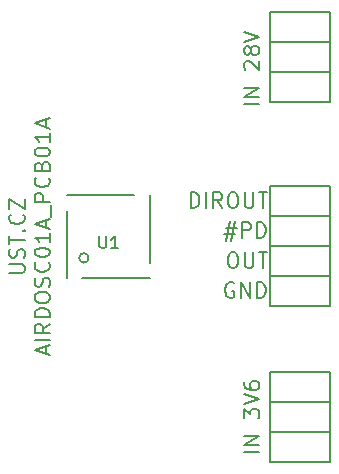
<source format=gbr>
G04 #@! TF.GenerationSoftware,KiCad,Pcbnew,(6.0.0-rc1-dev-1606-g4cd41e394)*
G04 #@! TF.CreationDate,2019-02-20T22:55:41+01:00*
G04 #@! TF.ProjectId,AIRDOSC01A_PCB01A,41495244-4f53-4433-9031-415f50434230,rev?*
G04 #@! TF.SameCoordinates,Original*
G04 #@! TF.FileFunction,Legend,Top*
G04 #@! TF.FilePolarity,Positive*
%FSLAX46Y46*%
G04 Gerber Fmt 4.6, Leading zero omitted, Abs format (unit mm)*
G04 Created by KiCad (PCBNEW (6.0.0-rc1-dev-1606-g4cd41e394)) date 20.02.2019 22:55:41*
%MOMM*%
%LPD*%
G04 APERTURE LIST*
%ADD10C,0.200000*%
%ADD11C,0.150000*%
G04 APERTURE END LIST*
D10*
X1769095Y17255714D02*
X2821476Y17255714D01*
X2945285Y17317619D01*
X3007190Y17379523D01*
X3069095Y17503333D01*
X3069095Y17750952D01*
X3007190Y17874761D01*
X2945285Y17936666D01*
X2821476Y17998571D01*
X1769095Y17998571D01*
X3007190Y18555714D02*
X3069095Y18741428D01*
X3069095Y19050952D01*
X3007190Y19174761D01*
X2945285Y19236666D01*
X2821476Y19298571D01*
X2697666Y19298571D01*
X2573857Y19236666D01*
X2511952Y19174761D01*
X2450047Y19050952D01*
X2388142Y18803333D01*
X2326238Y18679523D01*
X2264333Y18617619D01*
X2140523Y18555714D01*
X2016714Y18555714D01*
X1892904Y18617619D01*
X1831000Y18679523D01*
X1769095Y18803333D01*
X1769095Y19112857D01*
X1831000Y19298571D01*
X1769095Y19670000D02*
X1769095Y20412857D01*
X3069095Y20041428D02*
X1769095Y20041428D01*
X2945285Y20846190D02*
X3007190Y20908095D01*
X3069095Y20846190D01*
X3007190Y20784285D01*
X2945285Y20846190D01*
X3069095Y20846190D01*
X2945285Y22208095D02*
X3007190Y22146190D01*
X3069095Y21960476D01*
X3069095Y21836666D01*
X3007190Y21650952D01*
X2883380Y21527142D01*
X2759571Y21465238D01*
X2511952Y21403333D01*
X2326238Y21403333D01*
X2078619Y21465238D01*
X1954809Y21527142D01*
X1831000Y21650952D01*
X1769095Y21836666D01*
X1769095Y21960476D01*
X1831000Y22146190D01*
X1892904Y22208095D01*
X1769095Y22641428D02*
X1769095Y23508095D01*
X3069095Y22641428D01*
X3069095Y23508095D01*
X4847666Y10415238D02*
X4847666Y11034285D01*
X5219095Y10291428D02*
X3919095Y10724761D01*
X5219095Y11158095D01*
X5219095Y11591428D02*
X3919095Y11591428D01*
X5219095Y12953333D02*
X4600047Y12520000D01*
X5219095Y12210476D02*
X3919095Y12210476D01*
X3919095Y12705714D01*
X3980999Y12829523D01*
X4042904Y12891428D01*
X4166714Y12953333D01*
X4352428Y12953333D01*
X4476238Y12891428D01*
X4538142Y12829523D01*
X4600047Y12705714D01*
X4600047Y12210476D01*
X5219095Y13510476D02*
X3919095Y13510476D01*
X3919095Y13819999D01*
X3980999Y14005714D01*
X4104809Y14129523D01*
X4228619Y14191428D01*
X4476238Y14253333D01*
X4661952Y14253333D01*
X4909571Y14191428D01*
X5033380Y14129523D01*
X5157190Y14005714D01*
X5219095Y13819999D01*
X5219095Y13510476D01*
X3919095Y15058095D02*
X3919095Y15305714D01*
X3980999Y15429523D01*
X4104809Y15553333D01*
X4352428Y15615238D01*
X4785761Y15615238D01*
X5033380Y15553333D01*
X5157190Y15429523D01*
X5219095Y15305714D01*
X5219095Y15058095D01*
X5157190Y14934285D01*
X5033380Y14810476D01*
X4785761Y14748571D01*
X4352428Y14748571D01*
X4104809Y14810476D01*
X3980999Y14934285D01*
X3919095Y15058095D01*
X5157190Y16110476D02*
X5219095Y16296190D01*
X5219095Y16605714D01*
X5157190Y16729523D01*
X5095285Y16791428D01*
X4971476Y16853333D01*
X4847666Y16853333D01*
X4723857Y16791428D01*
X4661952Y16729523D01*
X4600047Y16605714D01*
X4538142Y16358095D01*
X4476238Y16234285D01*
X4414333Y16172380D01*
X4290523Y16110476D01*
X4166714Y16110476D01*
X4042904Y16172380D01*
X3981000Y16234285D01*
X3919095Y16358095D01*
X3919095Y16667619D01*
X3981000Y16853333D01*
X5095285Y18153333D02*
X5157190Y18091428D01*
X5219095Y17905714D01*
X5219095Y17781904D01*
X5157190Y17596190D01*
X5033380Y17472380D01*
X4909571Y17410476D01*
X4661952Y17348571D01*
X4476238Y17348571D01*
X4228619Y17410476D01*
X4104809Y17472380D01*
X3981000Y17596190D01*
X3919095Y17781904D01*
X3919095Y17905714D01*
X3981000Y18091428D01*
X4042904Y18153333D01*
X3919095Y18958095D02*
X3919095Y19081904D01*
X3981000Y19205714D01*
X4042904Y19267619D01*
X4166714Y19329523D01*
X4414333Y19391428D01*
X4723857Y19391428D01*
X4971476Y19329523D01*
X5095285Y19267619D01*
X5157190Y19205714D01*
X5219095Y19081904D01*
X5219095Y18958095D01*
X5157190Y18834285D01*
X5095285Y18772380D01*
X4971476Y18710476D01*
X4723857Y18648571D01*
X4414333Y18648571D01*
X4166714Y18710476D01*
X4042904Y18772380D01*
X3981000Y18834285D01*
X3919095Y18958095D01*
X5219095Y20629523D02*
X5219095Y19886666D01*
X5219095Y20258095D02*
X3919095Y20258095D01*
X4104809Y20134285D01*
X4228619Y20010476D01*
X4290523Y19886666D01*
X4847666Y21124761D02*
X4847666Y21743809D01*
X5219095Y21000952D02*
X3919095Y21434285D01*
X5219095Y21867619D01*
X5342904Y21991428D02*
X5342904Y22981904D01*
X5219095Y23291428D02*
X3919095Y23291428D01*
X3919095Y23786666D01*
X3981000Y23910476D01*
X4042904Y23972380D01*
X4166714Y24034285D01*
X4352428Y24034285D01*
X4476238Y23972380D01*
X4538142Y23910476D01*
X4600047Y23786666D01*
X4600047Y23291428D01*
X5095285Y25334285D02*
X5157190Y25272380D01*
X5219095Y25086666D01*
X5219095Y24962857D01*
X5157190Y24777142D01*
X5033380Y24653333D01*
X4909571Y24591428D01*
X4661952Y24529523D01*
X4476238Y24529523D01*
X4228619Y24591428D01*
X4104809Y24653333D01*
X3981000Y24777142D01*
X3919095Y24962857D01*
X3919095Y25086666D01*
X3981000Y25272380D01*
X4042904Y25334285D01*
X4538142Y26324761D02*
X4600047Y26510476D01*
X4661952Y26572380D01*
X4785761Y26634285D01*
X4971476Y26634285D01*
X5095285Y26572380D01*
X5157190Y26510476D01*
X5219095Y26386666D01*
X5219095Y25891428D01*
X3919095Y25891428D01*
X3919095Y26324761D01*
X3981000Y26448571D01*
X4042904Y26510476D01*
X4166714Y26572380D01*
X4290523Y26572380D01*
X4414333Y26510476D01*
X4476238Y26448571D01*
X4538142Y26324761D01*
X4538142Y25891428D01*
X3919095Y27439047D02*
X3919095Y27562857D01*
X3981000Y27686666D01*
X4042904Y27748571D01*
X4166714Y27810476D01*
X4414333Y27872380D01*
X4723857Y27872380D01*
X4971476Y27810476D01*
X5095285Y27748571D01*
X5157190Y27686666D01*
X5219095Y27562857D01*
X5219095Y27439047D01*
X5157190Y27315238D01*
X5095285Y27253333D01*
X4971476Y27191428D01*
X4723857Y27129523D01*
X4414333Y27129523D01*
X4166714Y27191428D01*
X4042904Y27253333D01*
X3981000Y27315238D01*
X3919095Y27439047D01*
X5219095Y29110476D02*
X5219095Y28367619D01*
X5219095Y28739047D02*
X3919095Y28739047D01*
X4104809Y28615238D01*
X4228619Y28491428D01*
X4290523Y28367619D01*
X4847666Y29605714D02*
X4847666Y30224761D01*
X5219095Y29481904D02*
X3919095Y29915238D01*
X5219095Y30348571D01*
X22940095Y2108571D02*
X21640095Y2108571D01*
X22940095Y2727619D02*
X21640095Y2727619D01*
X22940095Y3470476D01*
X21640095Y3470476D01*
X21640095Y4956190D02*
X21640095Y5760952D01*
X22135333Y5327619D01*
X22135333Y5513333D01*
X22197238Y5637142D01*
X22259142Y5699047D01*
X22382952Y5760952D01*
X22692476Y5760952D01*
X22816285Y5699047D01*
X22878190Y5637142D01*
X22940095Y5513333D01*
X22940095Y5141904D01*
X22878190Y5018095D01*
X22816285Y4956190D01*
X21640095Y6132380D02*
X22940095Y6565714D01*
X21640095Y6999047D01*
X21640095Y7989523D02*
X21640095Y7741904D01*
X21702000Y7618095D01*
X21763904Y7556190D01*
X21949619Y7432380D01*
X22197238Y7370476D01*
X22692476Y7370476D01*
X22816285Y7432380D01*
X22878190Y7494285D01*
X22940095Y7618095D01*
X22940095Y7865714D01*
X22878190Y7989523D01*
X22816285Y8051428D01*
X22692476Y8113333D01*
X22382952Y8113333D01*
X22259142Y8051428D01*
X22197238Y7989523D01*
X22135333Y7865714D01*
X22135333Y7618095D01*
X22197238Y7494285D01*
X22259142Y7432380D01*
X22382952Y7370476D01*
X22940095Y31572571D02*
X21640095Y31572571D01*
X22940095Y32191619D02*
X21640095Y32191619D01*
X22940095Y32934476D01*
X21640095Y32934476D01*
X21763904Y34482095D02*
X21702000Y34544000D01*
X21640095Y34667809D01*
X21640095Y34977333D01*
X21702000Y35101142D01*
X21763904Y35163047D01*
X21887714Y35224952D01*
X22011523Y35224952D01*
X22197238Y35163047D01*
X22940095Y34420190D01*
X22940095Y35224952D01*
X22197238Y35967809D02*
X22135333Y35844000D01*
X22073428Y35782095D01*
X21949619Y35720190D01*
X21887714Y35720190D01*
X21763904Y35782095D01*
X21702000Y35844000D01*
X21640095Y35967809D01*
X21640095Y36215428D01*
X21702000Y36339238D01*
X21763904Y36401142D01*
X21887714Y36463047D01*
X21949619Y36463047D01*
X22073428Y36401142D01*
X22135333Y36339238D01*
X22197238Y36215428D01*
X22197238Y35967809D01*
X22259142Y35844000D01*
X22321047Y35782095D01*
X22444857Y35720190D01*
X22692476Y35720190D01*
X22816285Y35782095D01*
X22878190Y35844000D01*
X22940095Y35967809D01*
X22940095Y36215428D01*
X22878190Y36339238D01*
X22816285Y36401142D01*
X22692476Y36463047D01*
X22444857Y36463047D01*
X22321047Y36401142D01*
X22259142Y36339238D01*
X22197238Y36215428D01*
X21640095Y36834476D02*
X22940095Y37267809D01*
X21640095Y37701142D01*
X20774571Y16398000D02*
X20650761Y16459904D01*
X20465047Y16459904D01*
X20279333Y16398000D01*
X20155523Y16274190D01*
X20093619Y16150380D01*
X20031714Y15902761D01*
X20031714Y15717047D01*
X20093619Y15469428D01*
X20155523Y15345619D01*
X20279333Y15221809D01*
X20465047Y15159904D01*
X20588857Y15159904D01*
X20774571Y15221809D01*
X20836476Y15283714D01*
X20836476Y15717047D01*
X20588857Y15717047D01*
X21393619Y15159904D02*
X21393619Y16459904D01*
X22136476Y15159904D01*
X22136476Y16459904D01*
X22755523Y15159904D02*
X22755523Y16459904D01*
X23065047Y16459904D01*
X23250761Y16398000D01*
X23374571Y16274190D01*
X23436476Y16150380D01*
X23498380Y15902761D01*
X23498380Y15717047D01*
X23436476Y15469428D01*
X23374571Y15345619D01*
X23250761Y15221809D01*
X23065047Y15159904D01*
X22755523Y15159904D01*
X20588857Y18999904D02*
X20836476Y18999904D01*
X20960285Y18938000D01*
X21084095Y18814190D01*
X21146000Y18566571D01*
X21146000Y18133238D01*
X21084095Y17885619D01*
X20960285Y17761809D01*
X20836476Y17699904D01*
X20588857Y17699904D01*
X20465047Y17761809D01*
X20341238Y17885619D01*
X20279333Y18133238D01*
X20279333Y18566571D01*
X20341238Y18814190D01*
X20465047Y18938000D01*
X20588857Y18999904D01*
X21703142Y18999904D02*
X21703142Y17947523D01*
X21765047Y17823714D01*
X21826952Y17761809D01*
X21950761Y17699904D01*
X22198380Y17699904D01*
X22322190Y17761809D01*
X22384095Y17823714D01*
X22446000Y17947523D01*
X22446000Y18999904D01*
X22879333Y18999904D02*
X23622190Y18999904D01*
X23250761Y17699904D02*
X23250761Y18999904D01*
X20093619Y21106571D02*
X21022190Y21106571D01*
X20465047Y21663714D02*
X20093619Y19992285D01*
X20898380Y20549428D02*
X19969809Y20549428D01*
X20526952Y19992285D02*
X20898380Y21663714D01*
X21455523Y20239904D02*
X21455523Y21539904D01*
X21950761Y21539904D01*
X22074571Y21478000D01*
X22136476Y21416095D01*
X22198380Y21292285D01*
X22198380Y21106571D01*
X22136476Y20982761D01*
X22074571Y20920857D01*
X21950761Y20858952D01*
X21455523Y20858952D01*
X22755523Y20239904D02*
X22755523Y21539904D01*
X23065047Y21539904D01*
X23250761Y21478000D01*
X23374571Y21354190D01*
X23436476Y21230380D01*
X23498380Y20982761D01*
X23498380Y20797047D01*
X23436476Y20549428D01*
X23374571Y20425619D01*
X23250761Y20301809D01*
X23065047Y20239904D01*
X22755523Y20239904D01*
X17122190Y22779904D02*
X17122190Y24079904D01*
X17431714Y24079904D01*
X17617428Y24018000D01*
X17741238Y23894190D01*
X17803142Y23770380D01*
X17865047Y23522761D01*
X17865047Y23337047D01*
X17803142Y23089428D01*
X17741238Y22965619D01*
X17617428Y22841809D01*
X17431714Y22779904D01*
X17122190Y22779904D01*
X18422190Y22779904D02*
X18422190Y24079904D01*
X19784095Y22779904D02*
X19350761Y23398952D01*
X19041238Y22779904D02*
X19041238Y24079904D01*
X19536476Y24079904D01*
X19660285Y24018000D01*
X19722190Y23956095D01*
X19784095Y23832285D01*
X19784095Y23646571D01*
X19722190Y23522761D01*
X19660285Y23460857D01*
X19536476Y23398952D01*
X19041238Y23398952D01*
X20588857Y24079904D02*
X20836476Y24079904D01*
X20960285Y24018000D01*
X21084095Y23894190D01*
X21146000Y23646571D01*
X21146000Y23213238D01*
X21084095Y22965619D01*
X20960285Y22841809D01*
X20836476Y22779904D01*
X20588857Y22779904D01*
X20465047Y22841809D01*
X20341238Y22965619D01*
X20279333Y23213238D01*
X20279333Y23646571D01*
X20341238Y23894190D01*
X20465047Y24018000D01*
X20588857Y24079904D01*
X21703142Y24079904D02*
X21703142Y23027523D01*
X21765047Y22903714D01*
X21826952Y22841809D01*
X21950761Y22779904D01*
X22198380Y22779904D01*
X22322190Y22841809D01*
X22384095Y22903714D01*
X22446000Y23027523D01*
X22446000Y24079904D01*
X22879333Y24079904D02*
X23622190Y24079904D01*
X23250761Y22779904D02*
X23250761Y24079904D01*
D11*
X8491509Y18529300D02*
G75*
G03X8491509Y18529300I-401609J0D01*
G01*
X6660000Y16820000D02*
X6660000Y22520000D01*
X13660000Y16820000D02*
X7960000Y16820000D01*
X13660000Y23820000D02*
X13660000Y18120000D01*
X6660000Y23820000D02*
X12360000Y23820000D01*
X23876000Y1270000D02*
X23876000Y3810000D01*
X28956000Y1270000D02*
X23876000Y1270000D01*
X28956000Y3810000D02*
X28956000Y1270000D01*
X23876000Y3810000D02*
X28956000Y3810000D01*
X28956000Y6350000D02*
X28956000Y3810000D01*
X23876000Y6350000D02*
X28956000Y6350000D01*
X23876000Y3810000D02*
X23876000Y6350000D01*
X28956000Y3810000D02*
X23876000Y3810000D01*
X28956000Y8890000D02*
X28956000Y6350000D01*
X23876000Y8890000D02*
X28956000Y8890000D01*
X23876000Y6350000D02*
X23876000Y8890000D01*
X28956000Y6350000D02*
X23876000Y6350000D01*
X23876000Y14478000D02*
X23876000Y17018000D01*
X28956000Y14478000D02*
X23876000Y14478000D01*
X28956000Y17018000D02*
X28956000Y14478000D01*
X23876000Y17018000D02*
X28956000Y17018000D01*
X23876000Y17018000D02*
X23876000Y19558000D01*
X28956000Y17018000D02*
X23876000Y17018000D01*
X28956000Y19558000D02*
X28956000Y17018000D01*
X23876000Y19558000D02*
X28956000Y19558000D01*
X23876000Y19558000D02*
X23876000Y22098000D01*
X28956000Y19558000D02*
X23876000Y19558000D01*
X28956000Y22098000D02*
X28956000Y19558000D01*
X23876000Y22098000D02*
X28956000Y22098000D01*
X23876000Y22098000D02*
X23876000Y24638000D01*
X28956000Y22098000D02*
X23876000Y22098000D01*
X28956000Y24638000D02*
X28956000Y22098000D01*
X23876000Y24638000D02*
X28956000Y24638000D01*
X23876000Y31750000D02*
X23876000Y34290000D01*
X28956000Y31750000D02*
X23876000Y31750000D01*
X28956000Y34290000D02*
X28956000Y31750000D01*
X23876000Y34290000D02*
X28956000Y34290000D01*
X23876000Y34290000D02*
X23876000Y36830000D01*
X28956000Y34290000D02*
X23876000Y34290000D01*
X28956000Y36830000D02*
X28956000Y34290000D01*
X23876000Y36830000D02*
X28956000Y36830000D01*
X23876000Y36830000D02*
X23876000Y39370000D01*
X28956000Y36830000D02*
X23876000Y36830000D01*
X28956000Y39370000D02*
X28956000Y36830000D01*
X23876000Y39370000D02*
X28956000Y39370000D01*
X9398095Y20367619D02*
X9398095Y19558095D01*
X9445714Y19462857D01*
X9493333Y19415238D01*
X9588571Y19367619D01*
X9779047Y19367619D01*
X9874285Y19415238D01*
X9921904Y19462857D01*
X9969523Y19558095D01*
X9969523Y20367619D01*
X10969523Y19367619D02*
X10398095Y19367619D01*
X10683809Y19367619D02*
X10683809Y20367619D01*
X10588571Y20224761D01*
X10493333Y20129523D01*
X10398095Y20081904D01*
M02*

</source>
